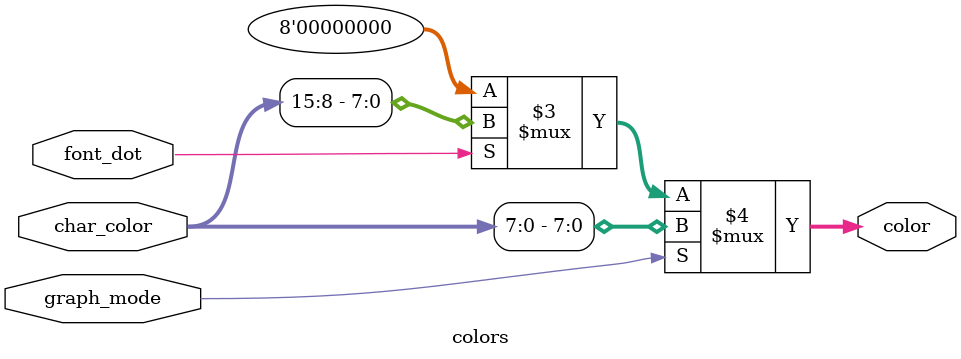
<source format=v>
`timescale 1ns / 1ps
module colors(
			input graph_mode,
			input [15:0] char_color,
			input font_dot,
			output [7:0] color
    );

	assign color = (graph_mode == 1) ? char_color[7:0] : ( (font_dot == 1) ? char_color[15:8] : 8'h00 );

endmodule

</source>
